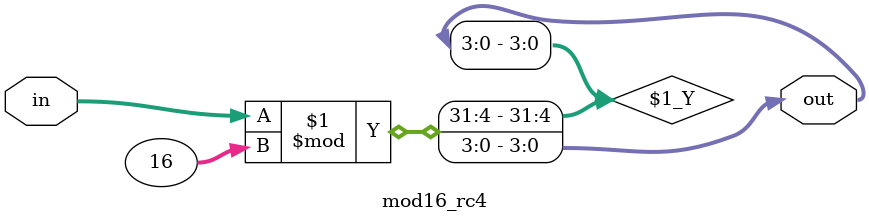
<source format=v>
`timescale 1ns / 1ps


module mod16_rc4(input  [4:0] in,
              output [3:0] out
    );
    
    assign out = (in % 16);
    
endmodule

</source>
